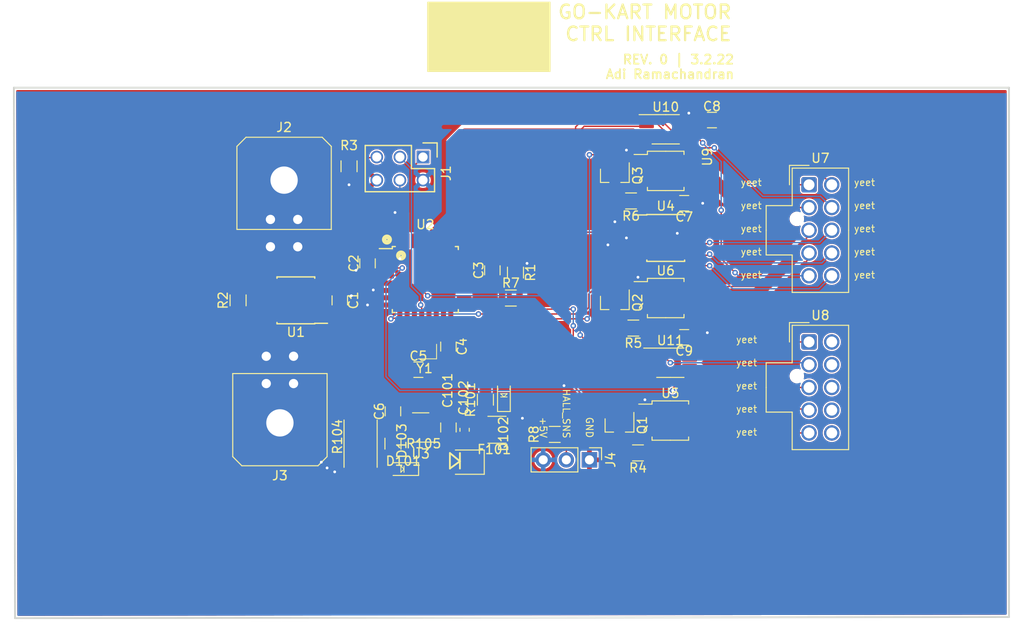
<source format=kicad_pcb>
(kicad_pcb (version 20171130) (host pcbnew 5.1.9-73d0e3b20d~88~ubuntu20.04.1)
  (layers (0 F.Cu power) (31 B.Cu power) (34 B.Paste user) (35 F.Paste user) (36 B.SilkS user) (37 F.SilkS user) (38 B.Mask user) (39 F.Mask user) (44 Edge.Cuts user))
  (net 0 "")
  (net 1 GND)
  (net 2 "Net-(C101-Pad1)")
  (net 3 "Net-(D102-Pad2)")
  (net 4 "Net-(D103-Pad2)")
  (net 5 +5V)
  (net 6 "Net-(C3-Pad1)")
  (net 7 "Net-(C4-Pad1)")
  (net 8 "Net-(C5-Pad1)")
  (net 9 "Net-(C6-Pad1)")
  (net 10 +BATT)
  (net 11 /RESET)
  (net 12 /MOSI)
  (net 13 /SCK)
  (net 14 /MISO)
  (net 15 /CAN_+)
  (net 16 /CAN_-)
  (net 17 "Net-(Q1-Pad3)")
  (net 18 /SL_MODE)
  (net 19 "Net-(Q2-Pad3)")
  (net 20 /REVERSE)
  (net 21 "Net-(Q3-Pad3)")
  (net 22 /CRUISE_CONTROL)
  (net 23 "Net-(R4-Pad1)")
  (net 24 "Net-(R5-Pad1)")
  (net 25 "Net-(R6-Pad1)")
  (net 26 /ID_PULLDOWN)
  (net 27 /HALL_SNS)
  (net 28 "Net-(U1-Pad5)")
  (net 29 /CAN_RX)
  (net 30 /CAN_TX)
  (net 31 "Net-(U2-Pad32)")
  (net 32 /BRK_INH)
  (net 33 "Net-(U2-Pad29)")
  (net 34 /SPD_A)
  (net 35 /SPD_INH)
  (net 36 /POT_U~D)
  (net 37 "Net-(U2-Pad25)")
  (net 38 /POT_~CS)
  (net 39 /POT_CLK)
  (net 40 "Net-(U2-Pad22)")
  (net 41 "Net-(U2-Pad21)")
  (net 42 "Net-(U2-Pad15)")
  (net 43 "Net-(U2-Pad14)")
  (net 44 "Net-(U2-Pad13)")
  (net 45 /BRK_A)
  (net 46 /CONN_THR_GND)
  (net 47 /CONN_THR_GREEN)
  (net 48 /CONN_THR_5V)
  (net 49 /CONN_SL_1)
  (net 50 /CONN_SL_2)
  (net 51 /CONN_REVERSE_BROWN)
  (net 52 /CONN_REVERSE_BLACK)
  (net 53 /CONN_SPD_ORANGE)
  (net 54 /CONN_SPD_BLACK)
  (net 55 /CONN_SPD_BLUE)
  (net 56 /CONN_CC_ORANGE)
  (net 57 /CONN_CC_BLACK)
  (net 58 "Net-(U8-Pad10)")
  (net 59 "Net-(U8-Pad9)")
  (net 60 "Net-(U8-Pad8)")
  (net 61 "Net-(U8-Pad7)")
  (net 62 "Net-(U8-Pad6)")
  (net 63 /CONN_BRK_YELLOW)
  (net 64 /CONN_BRK_BLACK)
  (net 65 /CONN_BRK_WHITE)
  (module Connector_PinHeader_2.54mm:PinHeader_1x03_P2.54mm_Vertical (layer F.Cu) (at 161.544 117.348 270)
    (fp_text reference J4 (at 0 -2.33 90) (layer F.SilkS))
    (fp_text value CONN_01X03)
    (pad 3 thru_hole oval (at 0 5.08 270) (size 1.7 1.7) (drill 1) (layers *.Cu *.Mask) (net 5 +5V))
    (pad 2 thru_hole oval (at 0 2.54 270) (size 1.7 1.7) (drill 1) (layers *.Cu *.Mask) (net 27 /HALL_SNS))
    (pad 1 thru_hole rect (at 0 0 270) (size 1.7 1.7) (drill 1) (layers *.Cu *.Mask) (net 1 GND))
  )
  (module footprints:C_0805_OEM (layer F.Cu) (at 171.958 103.886 180)
    (fp_text reference C9 (at 0 -1.5) (layer F.SilkS))
    (fp_text value C_0.1uF hide)
    (pad 2 smd rect (at 1 0 180) (size 1 1.25) (layers F.Cu F.Paste F.Mask) (net 1 GND))
    (pad 1 smd rect (at -1 0 180) (size 1 1.25) (layers F.Cu F.Paste F.Mask) (net 5 +5V))
  )
  (module footprints:C_0805_OEM (layer F.Cu) (at 175.006 80.01)
    (fp_text reference C8 (at 0 -1.5) (layer F.SilkS))
    (fp_text value C_0.1uF hide)
    (pad 2 smd rect (at 1 0) (size 1 1.25) (layers F.Cu F.Paste F.Mask) (net 1 GND))
    (pad 1 smd rect (at -1 0) (size 1 1.25) (layers F.Cu F.Paste F.Mask) (net 5 +5V))
  )
  (module footprints:C_0805_OEM (layer F.Cu) (at 171.958 89.154 180)
    (fp_text reference C7 (at 0 -1.5) (layer F.SilkS))
    (fp_text value C_0.1uF hide)
    (pad 2 smd rect (at 1 0 180) (size 1 1.25) (layers F.Cu F.Paste F.Mask) (net 1 GND))
    (pad 1 smd rect (at -1 0 180) (size 1 1.25) (layers F.Cu F.Paste F.Mask) (net 5 +5V))
  )
  (module footprints:Crystal_SMD_FA238 (layer F.Cu) (at 142.748 104.648 180)
    (fp_text reference Y1 (at -0.67564 -2.66192) (layer F.SilkS))
    (fp_text value Crystal_SMD hide)
    (pad 4 smd rect (at -1.1 -0.8 180) (size 1.4 1.2) (layers F.Cu F.Mask) (net 1 GND))
    (pad 3 smd rect (at 1.1 -0.8 180) (size 1.4 1.2) (layers F.Cu F.Mask) (net 8 "Net-(C5-Pad1)"))
    (pad 2 smd rect (at 1.1 0.8 180) (size 1.4 1.2) (layers F.Cu F.Mask) (net 1 GND))
    (pad 1 smd rect (at -1.1 0.8 180) (size 1.4 1.2) (layers F.Cu F.Mask) (net 7 "Net-(C4-Pad1)"))
  )
  (module Package_SO:MSOP-8_3x3mm_P0.65mm (layer F.Cu) (at 170.434 106.68)
    (fp_text reference U11 (at 0 -2.45) (layer F.SilkS))
    (fp_text value SN74LVC2G53)
    (pad 8 smd roundrect (at 2.1125 -0.975) (size 1.625 0.4) (layers F.Cu F.Paste F.Mask) (net 5 +5V))
    (pad 7 smd roundrect (at 2.1125 -0.325) (size 1.625 0.4) (layers F.Cu F.Paste F.Mask) (net 65 /CONN_BRK_WHITE))
    (pad 6 smd roundrect (at 2.1125 0.325) (size 1.625 0.4) (layers F.Cu F.Paste F.Mask) (net 63 /CONN_BRK_YELLOW))
    (pad 5 smd roundrect (at 2.1125 0.975) (size 1.625 0.4) (layers F.Cu F.Paste F.Mask) (net 45 /BRK_A))
    (pad 4 smd roundrect (at -2.1125 0.975) (size 1.625 0.4) (layers F.Cu F.Paste F.Mask) (net 1 GND))
    (pad 3 smd roundrect (at -2.1125 0.325) (size 1.625 0.4) (layers F.Cu F.Paste F.Mask) (net 1 GND))
    (pad 2 smd roundrect (at -2.1125 -0.325) (size 1.625 0.4) (layers F.Cu F.Paste F.Mask) (net 32 /BRK_INH))
    (pad 1 smd roundrect (at -2.1125 -0.975) (size 1.625 0.4) (layers F.Cu F.Paste F.Mask) (net 64 /CONN_BRK_BLACK))
  )
  (module Package_SO:MSOP-8_3x3mm_P0.65mm (layer F.Cu) (at 169.926 81.026)
    (fp_text reference U10 (at 0 -2.45) (layer F.SilkS))
    (fp_text value SN74LVC2G53)
    (pad 8 smd roundrect (at 2.1125 -0.975) (size 1.625 0.4) (layers F.Cu F.Paste F.Mask) (net 5 +5V))
    (pad 7 smd roundrect (at 2.1125 -0.325) (size 1.625 0.4) (layers F.Cu F.Paste F.Mask) (net 53 /CONN_SPD_ORANGE))
    (pad 6 smd roundrect (at 2.1125 0.325) (size 1.625 0.4) (layers F.Cu F.Paste F.Mask) (net 55 /CONN_SPD_BLUE))
    (pad 5 smd roundrect (at 2.1125 0.975) (size 1.625 0.4) (layers F.Cu F.Paste F.Mask) (net 34 /SPD_A))
    (pad 4 smd roundrect (at -2.1125 0.975) (size 1.625 0.4) (layers F.Cu F.Paste F.Mask) (net 1 GND))
    (pad 3 smd roundrect (at -2.1125 0.325) (size 1.625 0.4) (layers F.Cu F.Paste F.Mask) (net 1 GND))
    (pad 2 smd roundrect (at -2.1125 -0.325) (size 1.625 0.4) (layers F.Cu F.Paste F.Mask) (net 35 /SPD_INH))
    (pad 1 smd roundrect (at -2.1125 -0.975) (size 1.625 0.4) (layers F.Cu F.Paste F.Mask) (net 54 /CONN_SPD_BLACK))
  )
  (module Package_SO:SOP-4_3.8x4.1mm_P2.54mm (layer F.Cu) (at 169.926 85.598)
    (fp_text reference U9 (at 4.572 -1.524 90) (layer F.SilkS))
    (fp_text value CPC1004N)
    (pad 1 smd roundrect (at -2.75 -1.27) (size 1.45 0.55) (layers F.Cu F.Paste F.Mask) (net 5 +5V))
    (pad 2 smd roundrect (at -2.75 1.27) (size 1.45 0.55) (layers F.Cu F.Paste F.Mask) (net 25 "Net-(R6-Pad1)"))
    (pad 3 smd roundrect (at 2.75 1.27) (size 1.45 0.55) (layers F.Cu F.Paste F.Mask) (net 57 /CONN_CC_BLACK))
    (pad 4 smd roundrect (at 2.75 -1.27) (size 1.45 0.55) (layers F.Cu F.Paste F.Mask) (net 56 /CONN_CC_ORANGE))
  )
  (module footprints:NanoFit_VT_10 (layer F.Cu) (at 185.674 104.394)
    (fp_text reference U8 (at 1.25 -2.92) (layer F.SilkS))
    (fp_text value NanoFit_VT_TH_10)
    (pad "" np_thru_hole circle (at -1.34 3.75) (size 1.3 1.3) (drill 1.3) (layers *.Cu *.Mask))
    (pad 10 thru_hole circle (at 2.5 10) (size 1.7 1.7) (drill 1.2) (layers *.Cu *.Mask) (net 58 "Net-(U8-Pad10)"))
    (pad 9 thru_hole circle (at 2.5 7.5) (size 1.7 1.7) (drill 1.2) (layers *.Cu *.Mask) (net 59 "Net-(U8-Pad9)"))
    (pad 8 thru_hole circle (at 2.5 5) (size 1.7 1.7) (drill 1.2) (layers *.Cu *.Mask) (net 60 "Net-(U8-Pad8)"))
    (pad 7 thru_hole circle (at 2.5 2.5) (size 1.7 1.7) (drill 1.2) (layers *.Cu *.Mask) (net 61 "Net-(U8-Pad7)"))
    (pad 6 thru_hole circle (at 2.5 0) (size 1.7 1.7) (drill 1.2) (layers *.Cu *.Mask) (net 62 "Net-(U8-Pad6)"))
    (pad 5 thru_hole circle (at 0 10) (size 1.7 1.7) (drill 1.2) (layers *.Cu *.Mask) (net 50 /CONN_SL_2))
    (pad 4 thru_hole circle (at 0 7.5) (size 1.7 1.7) (drill 1.2) (layers *.Cu *.Mask) (net 49 /CONN_SL_1))
    (pad 3 thru_hole circle (at 0 5) (size 1.7 1.7) (drill 1.2) (layers *.Cu *.Mask) (net 63 /CONN_BRK_YELLOW))
    (pad 2 thru_hole circle (at 0 2.5) (size 1.7 1.7) (drill 1.2) (layers *.Cu *.Mask) (net 64 /CONN_BRK_BLACK))
    (pad 1 thru_hole roundrect (at 0 0) (size 1.7 1.7) (drill 1.2) (layers *.Cu *.Mask) (roundrect_rratio 0.147059) (net 65 /CONN_BRK_WHITE))
  )
  (module footprints:NanoFit_VT_10 (layer F.Cu) (at 185.674 87.122)
    (fp_text reference U7 (at 1.25 -2.92) (layer F.SilkS))
    (fp_text value NanoFit_VT_TH_10)
    (pad "" np_thru_hole circle (at -1.34 3.75) (size 1.3 1.3) (drill 1.3) (layers *.Cu *.Mask))
    (pad 10 thru_hole circle (at 2.5 10) (size 1.7 1.7) (drill 1.2) (layers *.Cu *.Mask) (net 48 /CONN_THR_5V))
    (pad 9 thru_hole circle (at 2.5 7.5) (size 1.7 1.7) (drill 1.2) (layers *.Cu *.Mask) (net 47 /CONN_THR_GREEN))
    (pad 8 thru_hole circle (at 2.5 5) (size 1.7 1.7) (drill 1.2) (layers *.Cu *.Mask) (net 46 /CONN_THR_GND))
    (pad 7 thru_hole circle (at 2.5 2.5) (size 1.7 1.7) (drill 1.2) (layers *.Cu *.Mask) (net 54 /CONN_SPD_BLACK))
    (pad 6 thru_hole circle (at 2.5 0) (size 1.7 1.7) (drill 1.2) (layers *.Cu *.Mask) (net 53 /CONN_SPD_ORANGE))
    (pad 5 thru_hole circle (at 0 10) (size 1.7 1.7) (drill 1.2) (layers *.Cu *.Mask) (net 55 /CONN_SPD_BLUE))
    (pad 4 thru_hole circle (at 0 7.5) (size 1.7 1.7) (drill 1.2) (layers *.Cu *.Mask) (net 52 /CONN_REVERSE_BLACK))
    (pad 3 thru_hole circle (at 0 5) (size 1.7 1.7) (drill 1.2) (layers *.Cu *.Mask) (net 51 /CONN_REVERSE_BROWN))
    (pad 2 thru_hole circle (at 0 2.5) (size 1.7 1.7) (drill 1.2) (layers *.Cu *.Mask) (net 57 /CONN_CC_BLACK))
    (pad 1 thru_hole roundrect (at 0 0) (size 1.7 1.7) (drill 1.2) (layers *.Cu *.Mask) (roundrect_rratio 0.147059) (net 56 /CONN_CC_ORANGE))
  )
  (module Package_SO:SOP-4_3.8x4.1mm_P2.54mm (layer F.Cu) (at 169.926 99.568)
    (fp_text reference U6 (at 0 -3) (layer F.SilkS))
    (fp_text value CPC1004N)
    (pad 4 smd roundrect (at 2.75 -1.27) (size 1.45 0.55) (layers F.Cu F.Paste F.Mask) (net 51 /CONN_REVERSE_BROWN))
    (pad 3 smd roundrect (at 2.75 1.27) (size 1.45 0.55) (layers F.Cu F.Paste F.Mask) (net 52 /CONN_REVERSE_BLACK))
    (pad 2 smd roundrect (at -2.75 1.27) (size 1.45 0.55) (layers F.Cu F.Paste F.Mask) (net 24 "Net-(R5-Pad1)"))
    (pad 1 smd roundrect (at -2.75 -1.27) (size 1.45 0.55) (layers F.Cu F.Paste F.Mask) (net 5 +5V))
  )
  (module Package_SO:SOP-4_3.8x4.1mm_P2.54mm (layer F.Cu) (at 170.434 113.03)
    (fp_text reference U5 (at 0 -3) (layer F.SilkS))
    (fp_text value CPC1004N)
    (pad 4 smd roundrect (at 2.75 -1.27) (size 1.45 0.55) (layers F.Cu F.Paste F.Mask) (net 49 /CONN_SL_1))
    (pad 3 smd roundrect (at 2.75 1.27) (size 1.45 0.55) (layers F.Cu F.Paste F.Mask) (net 50 /CONN_SL_2))
    (pad 2 smd roundrect (at -2.75 1.27) (size 1.45 0.55) (layers F.Cu F.Paste F.Mask) (net 23 "Net-(R4-Pad1)"))
    (pad 1 smd roundrect (at -2.75 -1.27) (size 1.45 0.55) (layers F.Cu F.Paste F.Mask) (net 5 +5V))
  )
  (module footprints:SOIC-8_3.9x4.9mm_Pitch1.27mm_OEM (layer F.Cu) (at 169.926 92.964)
    (fp_text reference U4 (at 0 -3.5) (layer F.SilkS))
    (fp_text value AD5220BRZ50 hide)
    (pad 8 smd rect (at 2.7 -1.905) (size 1.55 0.6) (layers F.Cu F.Paste F.Mask) (net 5 +5V))
    (pad 7 smd rect (at 2.7 -0.635) (size 1.55 0.6) (layers F.Cu F.Paste F.Mask) (net 38 /POT_~CS))
    (pad 6 smd rect (at 2.7 0.635) (size 1.55 0.6) (layers F.Cu F.Paste F.Mask) (net 46 /CONN_THR_GND))
    (pad 5 smd rect (at 2.7 1.905) (size 1.55 0.6) (layers F.Cu F.Paste F.Mask) (net 47 /CONN_THR_GREEN))
    (pad 4 smd rect (at -2.7 1.905) (size 1.55 0.6) (layers F.Cu F.Paste F.Mask) (net 1 GND))
    (pad 3 smd rect (at -2.7 0.635) (size 1.55 0.6) (layers F.Cu F.Paste F.Mask) (net 48 /CONN_THR_5V))
    (pad 2 smd rect (at -2.7 -0.635) (size 1.55 0.6) (layers F.Cu F.Paste F.Mask) (net 36 /POT_U~D))
    (pad 1 smd rect (at -2.7 -1.905) (size 1.55 0.6) (layers F.Cu F.Paste F.Mask) (net 39 /POT_CLK))
  )
  (module footprints:SOT-23-5 (layer F.Cu) (at 143.002 113.792 180)
    (fp_text reference U3 (at 0 -2.9) (layer F.SilkS))
    (fp_text value AP7370)
    (pad 5 smd rect (at 1.1 -0.95 180) (size 1.06 0.65) (layers F.Cu F.Paste F.Mask) (net 9 "Net-(C6-Pad1)"))
    (pad 4 smd rect (at 1.1 0.95 180) (size 1.06 0.65) (layers F.Cu F.Paste F.Mask))
    (pad 3 smd rect (at -1.1 0.95 180) (size 1.06 0.65) (layers F.Cu F.Paste F.Mask))
    (pad 2 smd rect (at -1.1 0 180) (size 1.06 0.65) (layers F.Cu F.Paste F.Mask) (net 1 GND))
    (pad 1 smd rect (at -1.1 -0.95 180) (size 1.06 0.65) (layers F.Cu F.Paste F.Mask) (net 2 "Net-(C101-Pad1)"))
  )
  (module footprints:TQFP-32_7x7mm_Pitch0.8mm (layer F.Cu) (at 143.51 97.536)
    (fp_text reference U2 (at 0 -6.05) (layer F.SilkS))
    (fp_text value ATMEGA16M1 hide)
    (pad 32 smd rect (at -2.8 -4.25 90) (size 1.6 0.55) (layers F.Cu F.Paste F.Mask) (net 31 "Net-(U2-Pad32)"))
    (pad 31 smd rect (at -2 -4.25 90) (size 1.6 0.55) (layers F.Cu F.Paste F.Mask) (net 11 /RESET))
    (pad 30 smd rect (at -1.2 -4.25 90) (size 1.6 0.55) (layers F.Cu F.Paste F.Mask) (net 32 /BRK_INH))
    (pad 29 smd rect (at -0.4 -4.25 90) (size 1.6 0.55) (layers F.Cu F.Paste F.Mask) (net 33 "Net-(U2-Pad29)"))
    (pad 28 smd rect (at 0.4 -4.25 90) (size 1.6 0.55) (layers F.Cu F.Paste F.Mask) (net 34 /SPD_A))
    (pad 27 smd rect (at 1.2 -4.25 90) (size 1.6 0.55) (layers F.Cu F.Paste F.Mask) (net 35 /SPD_INH))
    (pad 26 smd rect (at 2 -4.25 90) (size 1.6 0.55) (layers F.Cu F.Paste F.Mask) (net 36 /POT_U~D))
    (pad 25 smd rect (at 2.8 -4.25 90) (size 1.6 0.55) (layers F.Cu F.Paste F.Mask) (net 37 "Net-(U2-Pad25)"))
    (pad 24 smd rect (at 4.25 -2.8) (size 1.6 0.55) (layers F.Cu F.Paste F.Mask) (net 38 /POT_~CS))
    (pad 23 smd rect (at 4.25 -2) (size 1.6 0.55) (layers F.Cu F.Paste F.Mask) (net 39 /POT_CLK))
    (pad 22 smd rect (at 4.25 -1.2) (size 1.6 0.55) (layers F.Cu F.Paste F.Mask) (net 40 "Net-(U2-Pad22)"))
    (pad 21 smd rect (at 4.25 -0.4) (size 1.6 0.55) (layers F.Cu F.Paste F.Mask) (net 41 "Net-(U2-Pad21)"))
    (pad 20 smd rect (at 4.25 0.4) (size 1.6 0.55) (layers F.Cu F.Paste F.Mask) (net 1 GND))
    (pad 19 smd rect (at 4.25 1.2) (size 1.6 0.55) (layers F.Cu F.Paste F.Mask) (net 6 "Net-(C3-Pad1)"))
    (pad 18 smd rect (at 4.25 2) (size 1.6 0.55) (layers F.Cu F.Paste F.Mask) (net 26 /ID_PULLDOWN))
    (pad 17 smd rect (at 4.25 2.8) (size 1.6 0.55) (layers F.Cu F.Paste F.Mask) (net 18 /SL_MODE))
    (pad 16 smd rect (at 2.8 4.25 90) (size 1.6 0.55) (layers F.Cu F.Paste F.Mask) (net 22 /CRUISE_CONTROL))
    (pad 15 smd rect (at 2 4.25 90) (size 1.6 0.55) (layers F.Cu F.Paste F.Mask) (net 42 "Net-(U2-Pad15)"))
    (pad 14 smd rect (at 1.2 4.25 90) (size 1.6 0.55) (layers F.Cu F.Paste F.Mask) (net 43 "Net-(U2-Pad14)"))
    (pad 13 smd rect (at 0.4 4.25 90) (size 1.6 0.55) (layers F.Cu F.Paste F.Mask) (net 44 "Net-(U2-Pad13)"))
    (pad 12 smd rect (at -0.4 4.25 90) (size 1.6 0.55) (layers F.Cu F.Paste F.Mask) (net 13 /SCK))
    (pad 11 smd rect (at -1.2 4.25 90) (size 1.6 0.55) (layers F.Cu F.Paste F.Mask) (net 7 "Net-(C4-Pad1)"))
    (pad 10 smd rect (at -2 4.25 90) (size 1.6 0.55) (layers F.Cu F.Paste F.Mask) (net 8 "Net-(C5-Pad1)"))
    (pad 9 smd rect (at -2.8 4.25 90) (size 1.6 0.55) (layers F.Cu F.Paste F.Mask) (net 20 /REVERSE))
    (pad 8 smd rect (at -4.25 2.8) (size 1.6 0.55) (layers F.Cu F.Paste F.Mask) (net 27 /HALL_SNS))
    (pad 7 smd rect (at -4.25 2) (size 1.6 0.55) (layers F.Cu F.Paste F.Mask) (net 29 /CAN_RX))
    (pad 6 smd rect (at -4.25 1.2) (size 1.6 0.55) (layers F.Cu F.Paste F.Mask) (net 30 /CAN_TX))
    (pad 5 smd rect (at -4.25 0.4) (size 1.6 0.55) (layers F.Cu F.Paste F.Mask) (net 1 GND))
    (pad 4 smd rect (at -4.25 -0.4) (size 1.6 0.55) (layers F.Cu F.Paste F.Mask) (net 5 +5V))
    (pad 3 smd rect (at -4.25 -1.2) (size 1.6 0.55) (layers F.Cu F.Paste F.Mask) (net 45 /BRK_A))
    (pad 2 smd rect (at -4.25 -2) (size 1.6 0.55) (layers F.Cu F.Paste F.Mask) (net 12 /MOSI))
    (pad 1 smd rect (at -4.25 -2.8) (size 1.6 0.55) (layers F.Cu F.Paste F.Mask) (net 14 /MISO))
  )
  (module footprints:SOIC-8_3.9x4.9mm_Pitch1.27mm_OEM (layer F.Cu) (at 129.286 99.822 180)
    (fp_text reference U1 (at 0 -3.5) (layer F.SilkS))
    (fp_text value MCP2561-E_SN hide)
    (pad 8 smd rect (at 2.7 -1.905 180) (size 1.55 0.6) (layers F.Cu F.Paste F.Mask) (net 1 GND))
    (pad 7 smd rect (at 2.7 -0.635 180) (size 1.55 0.6) (layers F.Cu F.Paste F.Mask) (net 15 /CAN_+))
    (pad 6 smd rect (at 2.7 0.635 180) (size 1.55 0.6) (layers F.Cu F.Paste F.Mask) (net 16 /CAN_-))
    (pad 5 smd rect (at 2.7 1.905 180) (size 1.55 0.6) (layers F.Cu F.Paste F.Mask) (net 28 "Net-(U1-Pad5)"))
    (pad 4 smd rect (at -2.7 1.905 180) (size 1.55 0.6) (layers F.Cu F.Paste F.Mask) (net 29 /CAN_RX))
    (pad 3 smd rect (at -2.7 0.635 180) (size 1.55 0.6) (layers F.Cu F.Paste F.Mask) (net 5 +5V))
    (pad 2 smd rect (at -2.7 -0.635 180) (size 1.55 0.6) (layers F.Cu F.Paste F.Mask) (net 1 GND))
    (pad 1 smd rect (at -2.7 -1.905 180) (size 1.55 0.6) (layers F.Cu F.Paste F.Mask) (net 30 /CAN_TX))
  )
  (module footprints:R_0805_OEM (layer F.Cu) (at 157.734 114.554)
    (fp_text reference R8 (at -2.286 0 270) (layer F.SilkS))
    (fp_text value R_10K hide)
    (pad 2 smd rect (at 0.95 0) (size 0.7 1.3) (layers F.Cu F.Paste F.Mask) (net 27 /HALL_SNS))
    (pad 1 smd rect (at -0.95 0) (size 0.7 1.3) (layers F.Cu F.Paste F.Mask) (net 5 +5V))
  )
  (module footprints:R_0805_OEM (layer F.Cu) (at 152.908 99.568)
    (fp_text reference R7 (at 0 -1.65) (layer F.SilkS))
    (fp_text value R_10K hide)
    (pad 2 smd rect (at 0.95 0) (size 0.7 1.3) (layers F.Cu F.Paste F.Mask) (net 1 GND))
    (pad 1 smd rect (at -0.95 0) (size 0.7 1.3) (layers F.Cu F.Paste F.Mask) (net 26 /ID_PULLDOWN))
  )
  (module footprints:R_0805_OEM (layer F.Cu) (at 166.116 88.9 180)
    (fp_text reference R6 (at 0 -1.65) (layer F.SilkS))
    (fp_text value R_1K hide)
    (pad 1 smd rect (at -0.95 0 180) (size 0.7 1.3) (layers F.Cu F.Paste F.Mask) (net 25 "Net-(R6-Pad1)"))
    (pad 2 smd rect (at 0.95 0 180) (size 0.7 1.3) (layers F.Cu F.Paste F.Mask) (net 21 "Net-(Q3-Pad3)"))
  )
  (module footprints:R_0805_OEM (layer F.Cu) (at 166.37 102.87 180)
    (fp_text reference R5 (at 0 -1.65) (layer F.SilkS))
    (fp_text value R_1K hide)
    (pad 2 smd rect (at 0.95 0 180) (size 0.7 1.3) (layers F.Cu F.Paste F.Mask) (net 19 "Net-(Q2-Pad3)"))
    (pad 1 smd rect (at -0.95 0 180) (size 0.7 1.3) (layers F.Cu F.Paste F.Mask) (net 24 "Net-(R5-Pad1)"))
  )
  (module footprints:R_0805_OEM (layer F.Cu) (at 166.878 116.586 180)
    (fp_text reference R4 (at 0 -1.65) (layer F.SilkS))
    (fp_text value R_1K hide)
    (pad 2 smd rect (at 0.95 0 180) (size 0.7 1.3) (layers F.Cu F.Paste F.Mask) (net 17 "Net-(Q1-Pad3)"))
    (pad 1 smd rect (at -0.95 0 180) (size 0.7 1.3) (layers F.Cu F.Paste F.Mask) (net 23 "Net-(R4-Pad1)"))
  )
  (module footprints:R_0805_OEM (layer F.Cu) (at 135.128 85.09 90)
    (fp_text reference R3 (at 2.286 0 180) (layer F.SilkS))
    (fp_text value R_10K hide)
    (pad 2 smd rect (at 0.95 0 90) (size 0.7 1.3) (layers F.Cu F.Paste F.Mask) (net 11 /RESET))
    (pad 1 smd rect (at -0.95 0 90) (size 0.7 1.3) (layers F.Cu F.Paste F.Mask) (net 5 +5V))
  )
  (module footprints:R_0805_OEM (layer F.Cu) (at 122.936 99.822 90)
    (fp_text reference R2 (at 0 -1.65 90) (layer F.SilkS))
    (fp_text value R_120_DNP hide)
    (pad 2 smd rect (at 0.95 0 90) (size 0.7 1.3) (layers F.Cu F.Paste F.Mask) (net 16 /CAN_-))
    (pad 1 smd rect (at -0.95 0 90) (size 0.7 1.3) (layers F.Cu F.Paste F.Mask) (net 15 /CAN_+))
  )
  (module footprints:R_0805_OEM (layer F.Cu) (at 153.416 96.774 270)
    (fp_text reference R1 (at 0 -1.65 90) (layer F.SilkS))
    (fp_text value R_100 hide)
    (pad 2 smd rect (at 0.95 0 270) (size 0.7 1.3) (layers F.Cu F.Paste F.Mask) (net 6 "Net-(C3-Pad1)"))
    (pad 1 smd rect (at -0.95 0 270) (size 0.7 1.3) (layers F.Cu F.Paste F.Mask) (net 5 +5V))
  )
  (module footprints:SOT-23F (layer F.Cu) (at 164.338 86.106 270)
    (fp_text reference Q3 (at 0 -2.5 90) (layer F.SilkS))
    (fp_text value SSM3K333R hide)
    (pad 1 smd rect (at -1.05 -0.95 270) (size 0.9 0.8) (layers F.Cu F.Paste F.Mask) (net 22 /CRUISE_CONTROL))
    (pad 2 smd rect (at -1.05 0.95 270) (size 0.9 0.8) (layers F.Cu F.Paste F.Mask) (net 1 GND))
    (pad 3 smd rect (at 1.05 0 270) (size 0.9 0.8) (layers F.Cu F.Paste F.Mask) (net 21 "Net-(Q3-Pad3)"))
  )
  (module footprints:SOT-23F (layer F.Cu) (at 164.338 100.076 270)
    (fp_text reference Q2 (at 0 -2.5 90) (layer F.SilkS))
    (fp_text value SSM3K333R hide)
    (pad 3 smd rect (at 1.05 0 270) (size 0.9 0.8) (layers F.Cu F.Paste F.Mask) (net 19 "Net-(Q2-Pad3)"))
    (pad 2 smd rect (at -1.05 0.95 270) (size 0.9 0.8) (layers F.Cu F.Paste F.Mask) (net 1 GND))
    (pad 1 smd rect (at -1.05 -0.95 270) (size 0.9 0.8) (layers F.Cu F.Paste F.Mask) (net 20 /REVERSE))
  )
  (module footprints:SOT-23F (layer F.Cu) (at 164.846 113.538 270)
    (fp_text reference Q1 (at 0 -2.5 90) (layer F.SilkS))
    (fp_text value SSM3K333R hide)
    (pad 3 smd rect (at 1.05 0 270) (size 0.9 0.8) (layers F.Cu F.Paste F.Mask) (net 17 "Net-(Q1-Pad3)"))
    (pad 2 smd rect (at -1.05 0.95 270) (size 0.9 0.8) (layers F.Cu F.Paste F.Mask) (net 1 GND))
    (pad 1 smd rect (at -1.05 -0.95 270) (size 0.9 0.8) (layers F.Cu F.Paste F.Mask) (net 18 /SL_MODE))
  )
  (module footprints:MicroFit_RA_4 (layer F.Cu) (at 129.032 108.966 180)
    (fp_text reference J3 (at 1.5 -10.12) (layer F.SilkS))
    (fp_text value MicroFit_RA_4)
    (pad 4 thru_hole circle (at 3 3 180) (size 1.5 1.5) (drill 1.02) (layers *.Cu *.Mask) (net 10 +BATT))
    (pad 3 thru_hole circle (at 0 3 180) (size 1.5 1.5) (drill 1.02) (layers *.Cu *.Mask) (net 1 GND))
    (pad 2 thru_hole circle (at 3 0 180) (size 1.5 1.5) (drill 1.02) (layers *.Cu *.Mask) (net 15 /CAN_+))
    (pad 1 thru_hole roundrect (at 0 0 180) (size 1.5 1.5) (drill 1.02) (layers *.Cu *.Mask) (roundrect_rratio 0.166667) (net 16 /CAN_-))
    (pad "" np_thru_hole circle (at 1.5 -4.32 180) (size 3 3) (drill 3) (layers *.Cu *.Mask))
  )
  (module footprints:MicroFit_RA_4 (layer F.Cu) (at 126.492 90.932)
    (fp_text reference J2 (at 1.5 -10.12) (layer F.SilkS))
    (fp_text value MicroFit_RA_4)
    (pad 4 thru_hole circle (at 3 3) (size 1.5 1.5) (drill 1.02) (layers *.Cu *.Mask) (net 10 +BATT))
    (pad 3 thru_hole circle (at 0 3) (size 1.5 1.5) (drill 1.02) (layers *.Cu *.Mask) (net 1 GND))
    (pad 2 thru_hole circle (at 3 0) (size 1.5 1.5) (drill 1.02) (layers *.Cu *.Mask) (net 15 /CAN_+))
    (pad 1 thru_hole roundrect (at 0 0) (size 1.5 1.5) (drill 1.02) (layers *.Cu *.Mask) (roundrect_rratio 0.166667) (net 16 /CAN_-))
    (pad "" np_thru_hole circle (at 1.5 -4.32) (size 3 3) (drill 3) (layers *.Cu *.Mask))
  )
  (module footprints:Pin_Header_Straight_2x03 (layer F.Cu) (at 143.256 84.074 270)
    (fp_text reference J1 (at 1.778 -2.54 90) (layer F.SilkS))
    (fp_text value CONN_02X03 hide)
    (pad 6 thru_hole circle (at 2.54 5.08 270) (size 1.4 1.4) (drill 1.016) (layers *.Cu *.Mask) (net 1 GND))
    (pad 5 thru_hole circle (at 0 5.08 270) (size 1.4 1.4) (drill 1.016) (layers *.Cu *.Mask) (net 11 /RESET))
    (pad 4 thru_hole circle (at 2.54 2.54 270) (size 1.4 1.4) (drill 1.016) (layers *.Cu *.Mask) (net 12 /MOSI))
    (pad 3 thru_hole circle (at 0 2.54 270) (size 1.4 1.4) (drill 1.016) (layers *.Cu *.Mask) (net 13 /SCK))
    (pad 2 thru_hole circle (at 2.54 0 270) (size 1.4 1.4) (drill 1.016) (layers *.Cu *.Mask) (net 5 +5V))
    (pad 1 thru_hole rect (at 0 0 270) (size 1.4 1.4) (drill 1.016) (layers *.Cu *.Mask) (net 14 /MISO))
  )
  (module footprints:C_0805_OEM (layer F.Cu) (at 139.954 112.014 90)
    (fp_text reference C6 (at 0 -1.5 90) (layer F.SilkS))
    (fp_text value C_1uF hide)
    (pad 2 smd rect (at 1 0 90) (size 1 1.25) (layers F.Cu F.Paste F.Mask) (net 1 GND))
    (pad 1 smd rect (at -1 0 90) (size 1 1.25) (layers F.Cu F.Paste F.Mask) (net 9 "Net-(C6-Pad1)"))
  )
  (module footprints:C_0805_OEM (layer F.Cu) (at 142.748 107.442)
    (fp_text reference C5 (at 0 -1.5) (layer F.SilkS))
    (fp_text value C_30pF hide)
    (pad 2 smd rect (at 1 0) (size 1 1.25) (layers F.Cu F.Paste F.Mask) (net 1 GND))
    (pad 1 smd rect (at -1 0) (size 1 1.25) (layers F.Cu F.Paste F.Mask) (net 8 "Net-(C5-Pad1)"))
  )
  (module footprints:C_0805_OEM (layer F.Cu) (at 146.05 104.902 270)
    (fp_text reference C4 (at 0 -1.5 90) (layer F.SilkS))
    (fp_text value C_30pF hide)
    (pad 2 smd rect (at 1 0 270) (size 1 1.25) (layers F.Cu F.Paste F.Mask) (net 1 GND))
    (pad 1 smd rect (at -1 0 270) (size 1 1.25) (layers F.Cu F.Paste F.Mask) (net 7 "Net-(C4-Pad1)"))
  )
  (module footprints:C_0805_OEM (layer F.Cu) (at 150.876 96.52 90)
    (fp_text reference C3 (at 0 -1.5 90) (layer F.SilkS))
    (fp_text value C_100pF hide)
    (pad 2 smd rect (at 1 0 90) (size 1 1.25) (layers F.Cu F.Paste F.Mask) (net 1 GND))
    (pad 1 smd rect (at -1 0 90) (size 1 1.25) (layers F.Cu F.Paste F.Mask) (net 6 "Net-(C3-Pad1)"))
  )
  (module footprints:C_0805_OEM (layer F.Cu) (at 137.16 95.758 90)
    (fp_text reference C2 (at 0 -1.5 90) (layer F.SilkS))
    (fp_text value C_0.1uF hide)
    (pad 2 smd rect (at 1 0 90) (size 1 1.25) (layers F.Cu F.Paste F.Mask) (net 1 GND))
    (pad 1 smd rect (at -1 0 90) (size 1 1.25) (layers F.Cu F.Paste F.Mask) (net 5 +5V))
  )
  (module footprints:C_0805_OEM (layer F.Cu) (at 134.112 99.822 270)
    (fp_text reference C1 (at 0 -1.5 90) (layer F.SilkS))
    (fp_text value C_0.1uF hide)
    (pad 2 smd rect (at 1 0 270) (size 1 1.25) (layers F.Cu F.Paste F.Mask) (net 1 GND))
    (pad 1 smd rect (at -1 0 270) (size 1 1.25) (layers F.Cu F.Paste F.Mask) (net 5 +5V))
  )
  (module footprints:LED_0805_OEM (layer F.Cu) (at 152.146 110.236 90)
    (fp_text reference D102 (at -4.275 -0.05 90) (layer F.SilkS))
    (fp_text value LED_0805 hide)
    (pad 2 smd rect (at 1.1 0 270) (size 1.2 1.2) (layers F.Cu F.Paste F.Mask) (net 3 "Net-(D102-Pad2)"))
    (pad 1 smd rect (at -1.1 0 270) (size 1.2 1.2) (layers F.Cu F.Paste F.Mask) (net 1 GND))
  )
  (module footprints:R_0805_OEM (layer F.Cu) (at 150.114 110.744 90)
    (fp_text reference R101 (at 0 -1.65 90) (layer F.SilkS))
    (fp_text value R_1K hide)
    (pad 1 smd rect (at -0.95 0 90) (size 0.7 1.3) (layers F.Cu F.Paste F.Mask) (net 2 "Net-(C101-Pad1)"))
    (pad 2 smd rect (at 0.95 0 90) (size 0.7 1.3) (layers F.Cu F.Paste F.Mask) (net 3 "Net-(D102-Pad2)"))
  )
  (module footprints:LED_0805_OEM (layer F.Cu) (at 140.97 118.364 180)
    (fp_text reference D103 (at 0.05 3.1 270) (layer F.SilkS))
    (fp_text value LED_0805 hide)
    (pad 2 smd rect (at 1.1 0) (size 1.2 1.2) (layers F.Cu F.Paste F.Mask) (net 4 "Net-(D103-Pad2)"))
    (pad 1 smd rect (at -1.1 0) (size 1.2 1.2) (layers F.Cu F.Paste F.Mask) (net 1 GND))
  )
  (module footprints:DO-214AA (layer F.Cu) (at 146.812 117.602 180)
    (fp_text reference D101 (at 5.7205 0.1207 180) (layer F.SilkS))
    (fp_text value D_Zener_18V hide)
    (pad 2 smd rect (at 2.032 0) (size 1.778 2.159) (layers F.Cu F.Paste F.Mask) (net 1 GND))
    (pad 1 smd rect (at -2.032 0) (size 1.778 2.159) (layers F.Cu F.Paste F.Mask) (net 2 "Net-(C101-Pad1)"))
  )
  (module footprints:C_0805_OEM (layer F.Cu) (at 146.05 113.792 90)
    (fp_text reference C101 (at 4.064 -0.08636 90) (layer F.SilkS))
    (fp_text value C_0.1uF hide)
    (pad 2 smd rect (at 1 0 90) (size 1 1.25) (layers F.Cu F.Paste F.Mask) (net 1 GND))
    (pad 1 smd rect (at -1 0 90) (size 1 1.25) (layers F.Cu F.Paste F.Mask) (net 2 "Net-(C101-Pad1)"))
  )
  (module footprints:R_2512_OEM (layer F.Cu) (at 136.398 115.57 90)
    (fp_text reference R104 (at 0.762 -2.54 270) (layer F.SilkS))
    (fp_text value R_0_2512 hide)
    (pad 1 smd rect (at -3.1 0 90) (size 1 3.2) (layers F.Cu F.Paste F.Mask) (net 5 +5V))
    (pad 2 smd rect (at 3.1 0 90) (size 1 3.2) (layers F.Cu F.Paste F.Mask) (net 9 "Net-(C6-Pad1)"))
  )
  (module footprints:R_0805_OEM (layer F.Cu) (at 139.954 115.57 270)
    (fp_text reference R105 (at 0 -3.375) (layer F.SilkS))
    (fp_text value R_200 hide)
    (pad 1 smd rect (at -0.95 0 270) (size 0.7 1.3) (layers F.Cu F.Paste F.Mask) (net 9 "Net-(C6-Pad1)"))
    (pad 2 smd rect (at 0.95 0 270) (size 0.7 1.3) (layers F.Cu F.Paste F.Mask) (net 4 "Net-(D103-Pad2)"))
  )
  (module footprints:C_0603_1608Metric (layer F.Cu) (at 147.828 114.046 90)
    (fp_text reference C102 (at 3.5085 -0.1143 90) (layer F.SilkS))
    (fp_text value C_2.2uF)
    (pad 1 smd roundrect (at -0.7875 0 90) (size 0.875 0.95) (layers F.Cu F.Paste F.Mask) (net 2 "Net-(C101-Pad1)"))
    (pad 2 smd roundrect (at 0.7875 0 90) (size 0.875 0.95) (layers F.Cu F.Paste F.Mask) (net 1 GND))
  )
  (module footprints:Fuse_1210 (layer F.Cu) (at 151.384 114.046)
    (fp_text reference F101 (at -0.307 2.159 180) (layer F.SilkS))
    (fp_text value F_500mA_16V hide)
    (pad 2 smd rect (at 1.45 0) (size 0.9 2.5) (layers F.Cu F.Paste F.Mask) (net 10 +BATT))
    (pad 1 smd rect (at -1.45 0) (size 0.9 2.5) (layers F.Cu F.Paste F.Mask) (net 2 "Net-(C101-Pad1)"))
  )
  (gr_text "REV. 0 | 3.2.22\nAdi Ramachandran" (at 177.546 74.168) (layer F.SilkS) (effects (font (size 1 1) (thickness 0.2)) (justify right)))
  (gr_text "GO-KART MOTOR\nCTRL INTERFACE\n" (at 177.292 69.342) (layer F.SilkS) (effects (font (size 1.5 1.5) (thickness 0.25)) (justify right)))
  (gr_text yeet (at 179.324 86.868) (layer F.SilkS) (effects (font (size 0.75 0.75) (thickness 0.11))))
  (gr_text yeet (at 179.324 97.028) (layer F.SilkS) (effects (font (size 0.75 0.75) (thickness 0.11))))
  (gr_text yeet (at 179.324 89.408) (layer F.SilkS) (effects (font (size 0.75 0.75) (thickness 0.11))))
  (gr_text yeet (at 179.324 91.948) (layer F.SilkS) (effects (font (size 0.75 0.75) (thickness 0.11))))
  (gr_text yeet (at 179.324 94.488) (layer F.SilkS) (effects (font (size 0.75 0.75) (thickness 0.11))))
  (gr_text GND (at 161.544 113.792 270) (layer F.SilkS) (effects (font (size 0.75 0.75) (thickness 0.11))))
  (gr_text +5V (at 156.464 113.792 270) (layer F.SilkS) (effects (font (size 0.75 0.75) (thickness 0.11))))
  (gr_text HALL_SNS (at 159.004 112.268 270) (layer F.SilkS) (effects (font (size 0.75 0.75) (thickness 0.11))))
  (gr_text yeet (at 178.816 104.14) (layer F.SilkS) (effects (font (size 0.75 0.75) (thickness 0.11))))
  (gr_text yeet (at 178.816 106.68) (layer F.SilkS) (effects (font (size 0.75 0.75) (thickness 0.11))))
  (gr_text yeet (at 178.816 109.22) (layer F.SilkS) (effects (font (size 0.75 0.75) (thickness 0.11))))
  (gr_text yeet (at 178.816 114.3) (layer F.SilkS) (effects (font (size 0.75 0.75) (thickness 0.11))))
  (gr_text yeet (at 178.816 111.76) (layer F.SilkS) (effects (font (size 0.75 0.75) (thickness 0.11))))
  (gr_text yeet (at 191.77 86.868) (layer F.SilkS) (effects (font (size 0.75 0.75) (thickness 0.11))))
  (gr_text yeet (at 191.77 89.408) (layer F.SilkS) (effects (font (size 0.75 0.75) (thickness 0.11))))
  (gr_text yeet (at 191.77 91.948) (layer F.SilkS) (effects (font (size 0.75 0.75) (thickness 0.11))))
  (gr_text yeet (at 191.77 94.488) (layer F.SilkS) (effects (font (size 0.75 0.75) (thickness 0.11))))
  (gr_text yeet (at 191.77 97.028) (layer F.SilkS) (effects (font (size 0.75 0.75) (thickness 0.11))))
  (gr_poly (pts (xy 157.226 74.676) (xy 143.764 74.676) (xy 143.764 67.056) (xy 157.226 67.056)) (layer F.SilkS) (width 0.1))
  (gr_line (start 98.425 134.747) (end 98.298 76.454) (layer Edge.Cuts) (width 0.2))
  (gr_line (start 207.645 134.62) (end 98.425 134.747) (layer Edge.Cuts) (width 0.2))
  (gr_line (start 207.645 76.454) (end 207.645 134.62) (layer Edge.Cuts) (width 0.2))
  (gr_line (start 98.298 76.454) (end 207.645 76.454) (layer Edge.Cuts) (width 0.2))
  (segment (start 168.3215 107.655) (end 168.3215 107.005) (width 0.1524) (layer F.Cu) (net 1))
  (segment (start 143.348 105.448) (end 143.848 105.448) (width 0.1524) (layer F.Cu) (net 1))
  (segment (start 141.748 103.848) (end 143.348 105.448) (width 0.1524) (layer F.Cu) (net 1))
  (segment (start 141.648 103.848) (end 141.748 103.848) (width 0.1524) (layer F.Cu) (net 1))
  (segment (start 143.748 105.548) (end 143.848 105.448) (width 0.1524) (layer F.Cu) (net 1))
  (segment (start 143.748 107.442) (end 143.748 105.548) (width 0.1524) (layer F.Cu) (net 1))
  (segment (start 144.302 105.902) (end 143.848 105.448) (width 0.1524) (layer F.Cu) (net 1))
  (segment (start 146.05 105.902) (end 144.302 105.902) (width 0.1524) (layer F.Cu) (net 1))
  (segment (start 146 114.742) (end 146.05 114.792) (width 0.381) (layer F.Cu) (net 2))
  (segment (start 144.102 114.742) (end 146 114.742) (width 0.381) (layer F.Cu) (net 2))
  (segment (start 147.7865 114.792) (end 147.828 114.8335) (width 0.381) (layer F.Cu) (net 2))
  (segment (start 146.05 114.792) (end 147.7865 114.792) (width 0.381) (layer F.Cu) (net 2))
  (segment (start 147.828 116.586) (end 148.844 117.602) (width 0.381) (layer F.Cu) (net 2))
  (segment (start 147.828 114.8335) (end 147.828 116.586) (width 0.381) (layer F.Cu) (net 2))
  (segment (start 149.934 114.046) (end 149.86 114.046) (width 0.381) (layer F.Cu) (net 2))
  (segment (start 149.0725 114.8335) (end 147.828 114.8335) (width 0.381) (layer F.Cu) (net 2))
  (segment (start 149.86 114.046) (end 149.0725 114.8335) (width 0.381) (layer F.Cu) (net 2))
  (segment (start 150.114 113.866) (end 149.934 114.046) (width 0.381) (layer F.Cu) (net 2))
  (segment (start 150.114 111.694) (end 150.114 113.866) (width 0.381) (layer F.Cu) (net 2))
  (segment (start 150.772 109.136) (end 150.114 109.794) (width 0.1524) (layer F.Cu) (net 3))
  (segment (start 152.146 109.136) (end 150.772 109.136) (width 0.1524) (layer F.Cu) (net 3))
  (segment (start 139.87 116.604) (end 139.954 116.52) (width 0.1524) (layer F.Cu) (net 4))
  (segment (start 139.87 118.364) (end 139.87 116.604) (width 0.1524) (layer F.Cu) (net 4))
  (via (at 167.64 110.744) (size 0.6096) (drill 0.3048) (layers F.Cu B.Cu) (net 5))
  (segment (start 167.684 110.788) (end 167.64 110.744) (width 0.1524) (layer F.Cu) (net 5))
  (segment (start 167.684 111.76) (end 167.684 110.788) (width 0.1524) (layer F.Cu) (net 5))
  (segment (start 172.958 105.2935) (end 172.5465 105.705) (width 0.1524) (layer F.Cu) (net 5))
  (segment (start 172.958 103.886) (end 172.958 105.2935) (width 0.1524) (layer F.Cu) (net 5))
  (via (at 174.498 103.378) (size 0.6096) (drill 0.3048) (layers F.Cu B.Cu) (net 5))
  (segment (start 173.99 103.886) (end 174.498 103.378) (width 0.1524) (layer F.Cu) (net 5))
  (segment (start 172.958 103.886) (end 173.99 103.886) (width 0.1524) (layer F.Cu) (net 5))
  (via (at 166.878 97.282) (size 0.6096) (drill 0.3048) (layers F.Cu B.Cu) (net 5))
  (segment (start 167.176 97.58) (end 166.878 97.282) (width 0.1524) (layer F.Cu) (net 5))
  (segment (start 167.176 98.298) (end 167.176 97.58) (width 0.1524) (layer F.Cu) (net 5))
  (via (at 165.608 83.312) (size 0.6096) (drill 0.3048) (layers F.Cu B.Cu) (net 5))
  (segment (start 166.16 83.312) (end 165.608 83.312) (width 0.1524) (layer F.Cu) (net 5))
  (segment (start 167.176 84.328) (end 166.16 83.312) (width 0.1524) (layer F.Cu) (net 5))
  (segment (start 173.965 80.051) (end 174.006 80.01) (width 0.1524) (layer F.Cu) (net 5))
  (segment (start 172.0385 80.051) (end 173.965 80.051) (width 0.1524) (layer F.Cu) (net 5))
  (via (at 172.466 79.248) (size 0.6096) (drill 0.3048) (layers F.Cu B.Cu) (net 5))
  (segment (start 172.0385 79.6755) (end 172.466 79.248) (width 0.1524) (layer F.Cu) (net 5))
  (segment (start 172.0385 80.051) (end 172.0385 79.6755) (width 0.1524) (layer F.Cu) (net 5))
  (segment (start 133.747 99.187) (end 134.112 98.822) (width 0.1524) (layer F.Cu) (net 5))
  (segment (start 131.986 99.187) (end 133.747 99.187) (width 0.1524) (layer F.Cu) (net 5))
  (via (at 135.382 99.314) (size 0.6096) (drill 0.3048) (layers F.Cu B.Cu) (net 5))
  (segment (start 134.89 98.822) (end 135.382 99.314) (width 0.1524) (layer F.Cu) (net 5))
  (segment (start 134.112 98.822) (end 134.89 98.822) (width 0.1524) (layer F.Cu) (net 5))
  (segment (start 136.398 118.67) (end 133.552 118.67) (width 0.381) (layer F.Cu) (net 5))
  (via (at 132.08 117.602) (size 0.6096) (drill 0.3048) (layers F.Cu B.Cu) (net 5))
  (segment (start 133.148 118.67) (end 132.715 118.237) (width 0.381) (layer F.Cu) (net 5))
  (segment (start 132.715 118.237) (end 132.08 117.602) (width 0.381) (layer F.Cu) (net 5))
  (via (at 132.715 118.237) (size 0.6096) (drill 0.3048) (layers F.Cu B.Cu) (net 5))
  (segment (start 133.552 118.67) (end 133.148 118.67) (width 0.381) (layer F.Cu) (net 5))
  (via (at 133.552 118.67) (size 0.6096) (drill 0.3048) (layers F.Cu B.Cu) (net 5))
  (segment (start 156.464 114.874) (end 156.784 114.554) (width 0.1524) (layer F.Cu) (net 5))
  (segment (start 156.464 117.348) (end 156.464 114.874) (width 0.1524) (layer F.Cu) (net 5))
  (segment (start 172.626 89.486) (end 172.958 89.154) (width 0.1524) (layer F.Cu) (net 5))
  (segment (start 172.626 91.059) (end 172.626 89.486) (width 0.1524) (layer F.Cu) (net 5))
  (via (at 173.99 89.154) (size 0.6096) (drill 0.3048) (layers F.Cu B.Cu) (net 5))
  (segment (start 172.958 89.154) (end 173.99 89.154) (width 0.1524) (layer F.Cu) (net 5))
  (via (at 154.686 95.758) (size 0.6096) (drill 0.3048) (layers F.Cu B.Cu) (net 5))
  (segment (start 154.62 95.824) (end 154.686 95.758) (width 0.1524) (layer F.Cu) (net 5))
  (segment (start 153.416 95.824) (end 154.62 95.824) (width 0.1524) (layer F.Cu) (net 5))
  (segment (start 137.538 97.136) (end 137.16 96.758) (width 0.1524) (layer F.Cu) (net 5))
  (segment (start 139.26 97.136) (end 137.538 97.136) (width 0.1524) (layer F.Cu) (net 5))
  (via (at 135.89 96.52) (size 0.6096) (drill 0.3048) (layers F.Cu B.Cu) (net 5))
  (segment (start 136.128 96.758) (end 135.89 96.52) (width 0.1524) (layer F.Cu) (net 5))
  (segment (start 137.16 96.758) (end 136.128 96.758) (width 0.1524) (layer F.Cu) (net 5))
  (via (at 135.128 87.122) (size 0.6096) (drill 0.3048) (layers F.Cu B.Cu) (net 5))
  (segment (start 135.128 86.04) (end 135.128 87.122) (width 0.1524) (layer F.Cu) (net 5))
  (segment (start 149.66 98.736) (end 150.876 97.52) (width 0.1524) (layer F.Cu) (net 6))
  (segment (start 147.76 98.736) (end 149.66 98.736) (width 0.1524) (layer F.Cu) (net 6))
  (segment (start 151.08 97.724) (end 150.876 97.52) (width 0.1524) (layer F.Cu) (net 6))
  (segment (start 153.416 97.724) (end 151.08 97.724) (width 0.1524) (layer F.Cu) (net 6))
  (segment (start 143.748 103.848) (end 143.848 103.848) (width 0.1524) (layer F.Cu) (net 7))
  (segment (start 142.31 102.41) (end 143.748 103.848) (width 0.1524) (layer F.Cu) (net 7))
  (segment (start 142.31 101.786) (end 142.31 102.41) (width 0.1524) (layer F.Cu) (net 7))
  (segment (start 143.902 103.902) (end 143.848 103.848) (width 0.1524) (layer F.Cu) (net 7))
  (segment (start 146.05 103.902) (end 143.902 103.902) (width 0.1524) (layer F.Cu) (net 7))
  (segment (start 140.7956 105.448) (end 141.648 105.448) (width 0.1524) (layer F.Cu) (net 8))
  (segment (start 140.462 105.1144) (end 140.7956 105.448) (width 0.1524) (layer F.Cu) (net 8))
  (segment (start 140.914518 102.87) (end 140.462 103.322518) (width 0.1524) (layer F.Cu) (net 8))
  (segment (start 141.3784 102.87) (end 140.914518 102.87) (width 0.1524) (layer F.Cu) (net 8))
  (segment (start 141.51 102.7384) (end 141.3784 102.87) (width 0.1524) (layer F.Cu) (net 8))
  (segment (start 140.462 103.322518) (end 140.462 105.1144) (width 0.1524) (layer F.Cu) (net 8))
  (segment (start 141.51 101.786) (end 141.51 102.7384) (width 0.1524) (layer F.Cu) (net 8))
  (segment (start 141.648 107.342) (end 141.748 107.442) (width 0.1524) (layer F.Cu) (net 8))
  (segment (start 141.648 105.448) (end 141.648 107.342) (width 0.1524) (layer F.Cu) (net 8))
  (segment (start 139.41 112.47) (end 139.954 113.014) (width 0.381) (layer F.Cu) (net 9))
  (segment (start 136.398 112.47) (end 139.41 112.47) (width 0.381) (layer F.Cu) (net 9))
  (segment (start 139.954 114.62) (end 139.954 113.014) (width 0.381) (layer F.Cu) (net 9))
  (segment (start 140.076 114.742) (end 139.954 114.62) (width 0.381) (layer F.Cu) (net 9))
  (segment (start 141.902 114.742) (end 140.076 114.742) (width 0.381) (layer F.Cu) (net 9))
  (via (at 154.178 112.776) (size 0.6096) (drill 0.3048) (layers F.Cu B.Cu) (net 10))
  (segment (start 154.104 112.776) (end 152.834 114.046) (width 0.381) (layer F.Cu) (net 10))
  (segment (start 154.178 112.776) (end 154.104 112.776) (width 0.381) (layer F.Cu) (net 10))
  (segment (start 152.845099 111.443099) (end 154.178 112.776) (width 0.381) (layer B.Cu) (net 10))
  (segment (start 137.097099 111.443099) (end 152.845099 111.443099) (width 0.381) (layer B.Cu) (net 10))
  (segment (start 133.096 107.442) (end 137.097099 111.443099) (width 0.381) (layer B.Cu) (net 10))
  (segment (start 127.508 107.442) (end 133.096 107.442) (width 0.381) (layer B.Cu) (net 10))
  (segment (start 126.032 105.966) (end 127.508 107.442) (width 0.381) (layer B.Cu) (net 10))
  (segment (start 141.51 91.4974) (end 140.1826 90.17) (width 0.1524) (layer F.Cu) (net 11))
  (segment (start 141.51 93.286) (end 141.51 91.4974) (width 0.1524) (layer F.Cu) (net 11))
  (via (at 140.1826 90.17) (size 0.6096) (drill 0.3048) (layers F.Cu B.Cu) (net 11))
  (segment (start 139.446 89.4334) (end 140.1826 90.17) (width 0.1524) (layer B.Cu) (net 11))
  (segment (start 139.446 85.344) (end 139.446 89.4334) (width 0.1524) (layer B.Cu) (net 11))
  (segment (start 138.176 84.074) (end 139.446 85.344) (width 0.1524) (layer B.Cu) (net 11))
  (segment (start 138.11 84.14) (end 138.176 84.074) (width 0.1524) (layer F.Cu) (net 11))
  (segment (start 135.128 84.14) (end 138.11 84.14) (width 0.1524) (layer F.Cu) (net 11))
  (via (at 140.716 95.25) (size 0.6096) (drill 0.3048) (layers F.Cu B.Cu) (net 12))
  (segment (start 140.43 95.536) (end 140.716 95.25) (width 0.1524) (layer F.Cu) (net 12))
  (segment (start 139.26 95.536) (end 140.43 95.536) (width 0.1524) (layer F.Cu) (net 12))
  (segment (start 140.716 95.25) (end 140.716 86.614) (width 0.1524) (layer B.Cu) (net 12))
  (via (at 143.002 100.33) (size 0.6096) (drill 0.3048) (layers F.Cu B.Cu) (net 13))
  (segment (start 143.11 100.438) (end 143.002 100.33) (width 0.1524) (layer F.Cu) (net 13))
  (segment (start 143.11 101.786) (end 143.11 100.438) (width 0.1524) (layer F.Cu) (net 13))
  (segment (start 141.986 85.344) (end 140.716 84.074) (width 0.1524) (layer B.Cu) (net 13))
  (segment (start 141.986 98.27055) (end 141.986 85.344) (width 0.1524) (layer B.Cu) (net 13))
  (segment (start 143.002 99.28655) (end 141.986 98.27055) (width 0.1524) (layer B.Cu) (net 13))
  (segment (start 143.002 100.33) (end 143.002 99.28655) (width 0.1524) (layer B.Cu) (net 13))
  (segment (start 139.26 89.848) (end 139.26 94.736) (width 0.1524) (layer F.Cu) (net 14))
  (segment (start 141.986 87.122) (end 139.26 89.848) (width 0.1524) (layer F.Cu) (net 14))
  (segment (start 141.986 85.344) (end 141.986 87.122) (width 0.1524) (layer F.Cu) (net 14))
  (segment (start 143.256 84.074) (end 141.986 85.344) (width 0.1524) (layer F.Cu) (net 14))
  (segment (start 164.846 115.504) (end 165.928 116.586) (width 0.1524) (layer F.Cu) (net 17))
  (segment (start 164.846 114.588) (end 164.846 115.504) (width 0.1524) (layer F.Cu) (net 17))
  (via (at 159.766 100.7872) (size 0.6096) (drill 0.3048) (layers F.Cu B.Cu) (net 18))
  (segment (start 148.2112 100.7872) (end 159.766 100.7872) (width 0.1524) (layer F.Cu) (net 18))
  (segment (start 147.76 100.336) (end 148.2112 100.7872) (width 0.1524) (layer F.Cu) (net 18))
  (via (at 159.766 102.616) (size 0.6096) (drill 0.3048) (layers F.Cu B.Cu) (net 18))
  (segment (start 159.766 100.7872) (end 159.766 102.616) (width 0.1524) (layer B.Cu) (net 18))
  (segment (start 164.56 111.252) (end 165.796 112.488) (width 0.1524) (layer F.Cu) (net 18))
  (segment (start 161.798 111.252) (end 164.56 111.252) (width 0.1524) (layer F.Cu) (net 18))
  (segment (start 159.766 109.22) (end 161.798 111.252) (width 0.1524) (layer F.Cu) (net 18))
  (segment (start 159.766 102.616) (end 159.766 109.22) (width 0.1524) (layer F.Cu) (net 18))
  (segment (start 164.338 101.788) (end 165.42 102.87) (width 0.1524) (layer F.Cu) (net 19))
  (segment (start 164.338 101.126) (end 164.338 101.788) (width 0.1524) (layer F.Cu) (net 19))
  (segment (start 139.7934 101.786) (end 139.7254 101.854) (width 0.1524) (layer F.Cu) (net 20))
  (via (at 139.7254 101.854) (size 0.6096) (drill 0.3048) (layers F.Cu B.Cu) (net 20))
  (segment (start 140.71 101.786) (end 139.7934 101.786) (width 0.1524) (layer F.Cu) (net 20))
  (via (at 149.352 101.3206) (size 0.6096) (drill 0.3048) (layers F.Cu B.Cu) (net 20))
  (segment (start 140.2588 101.3206) (end 149.352 101.3206) (width 0.1524) (layer B.Cu) (net 20))
  (segment (start 139.7254 101.854) (end 140.2588 101.3206) (width 0.1524) (layer B.Cu) (net 20))
  (segment (start 164.052 97.79) (end 165.288 99.026) (width 0.1524) (layer F.Cu) (net 20))
  (segment (start 162.814 97.79) (end 164.052 97.79) (width 0.1524) (layer F.Cu) (net 20))
  (segment (start 161.4678 100.6094) (end 160.7566 101.3206) (width 0.1524) (layer F.Cu) (net 20))
  (segment (start 149.352 101.3206) (end 160.7566 101.3206) (width 0.1524) (layer F.Cu) (net 20))
  (segment (start 161.4678 99.1362) (end 162.814 97.79) (width 0.1524) (layer F.Cu) (net 20))
  (segment (start 161.4678 100.6094) (end 161.4678 99.1362) (width 0.1524) (layer F.Cu) (net 20))
  (segment (start 164.338 88.072) (end 165.166 88.9) (width 0.1524) (layer F.Cu) (net 21))
  (segment (start 164.338 87.156) (end 164.338 88.072) (width 0.1524) (layer F.Cu) (net 21))
  (segment (start 165.288 85.056) (end 164.052 83.82) (width 0.1524) (layer F.Cu) (net 22))
  (via (at 161.544 83.82) (size 0.6096) (drill 0.3048) (layers F.Cu B.Cu) (net 22))
  (segment (start 164.052 83.82) (end 161.544 83.82) (width 0.1524) (layer F.Cu) (net 22))
  (segment (start 161.544 83.82) (end 161.544 101.6) (width 0.1524) (layer B.Cu) (net 22))
  (via (at 161.29 101.854) (size 0.6096) (drill 0.3048) (layers F.Cu B.Cu) (net 22))
  (segment (start 161.544 101.6) (end 161.29 101.854) (width 0.1524) (layer B.Cu) (net 22))
  (segment (start 146.378 101.854) (end 146.31 101.786) (width 0.1524) (layer F.Cu) (net 22))
  (segment (start 161.29 101.854) (end 146.378 101.854) (width 0.1524) (layer F.Cu) (net 22))
  (segment (start 167.684 116.442) (end 167.828 116.586) (width 0.1524) (layer F.Cu) (net 23))
  (segment (start 167.684 114.3) (end 167.684 116.442) (width 0.1524) (layer F.Cu) (net 23))
  (segment (start 167.176 102.726) (end 167.32 102.87) (width 0.1524) (layer F.Cu) (net 24))
  (segment (start 167.176 100.838) (end 167.176 102.726) (width 0.1524) (layer F.Cu) (net 24))
  (segment (start 167.176 88.79) (end 167.066 88.9) (width 0.1524) (layer F.Cu) (net 25))
  (segment (start 167.176 86.868) (end 167.176 88.79) (width 0.1524) (layer F.Cu) (net 25))
  (segment (start 147.792 99.568) (end 147.76 99.536) (width 0.1524) (layer F.Cu) (net 26))
  (segment (start 151.958 99.568) (end 147.792 99.568) (width 0.1524) (layer F.Cu) (net 26))
  (segment (start 159.004 114.874) (end 158.684 114.554) (width 0.1524) (layer F.Cu) (net 27))
  (segment (start 159.004 117.348) (end 159.004 114.874) (width 0.1524) (layer F.Cu) (net 27))
  (segment (start 139.191999 100.404001) (end 139.191999 107.949999) (width 0.1524) (layer F.Cu) (net 27))
  (segment (start 139.26 100.336) (end 139.191999 100.404001) (width 0.1524) (layer F.Cu) (net 27))
  (via (at 148.336 109.1946) (size 0.6096) (drill 0.3048) (layers F.Cu B.Cu) (net 27))
  (segment (start 140.4366 109.1946) (end 148.336 109.1946) (width 0.1524) (layer F.Cu) (net 27))
  (segment (start 139.191999 107.949999) (end 140.4366 109.1946) (width 0.1524) (layer F.Cu) (net 27))
  (via (at 158.75 109.1946) (size 0.6096) (drill 0.3048) (layers F.Cu B.Cu) (net 27))
  (segment (start 148.336 109.1946) (end 158.75 109.1946) (width 0.1524) (layer B.Cu) (net 27))
  (segment (start 158.75 114.488) (end 158.684 114.554) (width 0.1524) (layer F.Cu) (net 27))
  (segment (start 158.75 109.1946) (end 158.75 114.488) (width 0.1524) (layer F.Cu) (net 27))
  (segment (start 136.271 97.917) (end 137.89 99.536) (width 0.1524) (layer F.Cu) (net 29))
  (segment (start 137.89 99.536) (end 139.26 99.536) (width 0.1524) (layer F.Cu) (net 29))
  (segment (start 131.986 97.917) (end 136.271 97.917) (width 0.1524) (layer F.Cu) (net 29))
  (via (at 137.791171 98.682829) (size 0.6096) (drill 0.3048) (layers F.Cu B.Cu) (net 30))
  (segment (start 137.844342 98.736) (end 137.791171 98.682829) (width 0.1524) (layer F.Cu) (net 30))
  (segment (start 139.26 98.736) (end 137.844342 98.736) (width 0.1524) (layer F.Cu) (net 30))
  (segment (start 137.791171 98.682829) (end 137.16 99.314) (width 0.1524) (layer B.Cu) (net 30))
  (via (at 137.16 100.33) (size 0.6096) (drill 0.3048) (layers F.Cu B.Cu) (net 30))
  (segment (start 137.16 99.314) (end 137.16 100.33) (width 0.1524) (layer B.Cu) (net 30))
  (segment (start 132.113 101.854) (end 135.636 101.854) (width 0.1524) (layer F.Cu) (net 30))
  (segment (start 135.636 101.854) (end 137.16 100.33) (width 0.1524) (layer F.Cu) (net 30))
  (segment (start 131.986 101.727) (end 132.113 101.854) (width 0.1524) (layer F.Cu) (net 30))
  (via (at 160.528 103.632) (size 0.6096) (drill 0.3048) (layers F.Cu B.Cu) (net 32))
  (segment (start 163.251 106.355) (end 168.3215 106.355) (width 0.1524) (layer F.Cu) (net 32))
  (segment (start 160.528 103.632) (end 163.251 106.355) (width 0.1524) (layer F.Cu) (net 32))
  (via (at 143.764 99.313984) (size 0.6096) (drill 0.3048) (layers F.Cu B.Cu) (net 32))
  (segment (start 142.31 93.286) (end 142.31 97.859984) (width 0.1524) (layer F.Cu) (net 32))
  (segment (start 142.31 97.859984) (end 143.764 99.313984) (width 0.1524) (layer F.Cu) (net 32))
  (segment (start 155.67455 99.313984) (end 143.764 99.313984) (width 0.1524) (layer B.Cu) (net 32))
  (segment (start 159.765984 99.313984) (end 155.67455 99.313984) (width 0.1524) (layer B.Cu) (net 32))
  (segment (start 160.528 100.076) (end 159.765984 99.313984) (width 0.1524) (layer B.Cu) (net 32))
  (segment (start 160.528 103.632) (end 160.528 100.076) (width 0.1524) (layer B.Cu) (net 32))
  (segment (start 171.411274 82.001) (end 172.0385 82.001) (width 0.1524) (layer F.Cu) (net 34))
  (segment (start 161.798 78.994) (end 168.404274 78.994) (width 0.1524) (layer F.Cu) (net 34))
  (segment (start 160.02 80.772) (end 161.798 78.994) (width 0.1524) (layer F.Cu) (net 34))
  (segment (start 160.02 89.916) (end 160.02 80.772) (width 0.1524) (layer F.Cu) (net 34))
  (segment (start 168.404274 78.994) (end 171.411274 82.001) (width 0.1524) (layer F.Cu) (net 34))
  (segment (start 159.512 90.424) (end 160.02 89.916) (width 0.1524) (layer F.Cu) (net 34))
  (segment (start 145.8196 90.424) (end 159.512 90.424) (width 0.1524) (layer F.Cu) (net 34))
  (segment (start 143.91 92.3336) (end 145.8196 90.424) (width 0.1524) (layer F.Cu) (net 34))
  (segment (start 143.91 93.286) (end 143.91 92.3336) (width 0.1524) (layer F.Cu) (net 34))
  (segment (start 144.71 92.3336) (end 146.05 90.9936) (width 0.1524) (layer F.Cu) (net 35))
  (segment (start 144.71 93.286) (end 144.71 92.3336) (width 0.1524) (layer F.Cu) (net 35))
  (segment (start 146.05 90.9936) (end 159.9584 90.9936) (width 0.1524) (layer F.Cu) (net 35))
  (segment (start 159.9584 90.9936) (end 160.528 90.424) (width 0.1524) (layer F.Cu) (net 35))
  (segment (start 160.528 81.138) (end 160.965 80.701) (width 0.1524) (layer F.Cu) (net 35))
  (segment (start 160.528 90.424) (end 160.528 81.138) (width 0.1524) (layer F.Cu) (net 35))
  (segment (start 167.8135 80.701) (end 160.965 80.701) (width 0.1524) (layer F.Cu) (net 35))
  (segment (start 145.51 92.599518) (end 145.51 93.286) (width 0.1524) (layer F.Cu) (net 36))
  (segment (start 160.02 91.694) (end 146.415518 91.694) (width 0.1524) (layer F.Cu) (net 36))
  (segment (start 146.415518 91.694) (end 145.51 92.599518) (width 0.1524) (layer F.Cu) (net 36))
  (segment (start 160.655 92.329) (end 160.02 91.694) (width 0.1524) (layer F.Cu) (net 36))
  (segment (start 167.226 92.329) (end 160.655 92.329) (width 0.1524) (layer F.Cu) (net 36))
  (segment (start 148.7124 94.736) (end 150.4844 92.964) (width 0.1524) (layer F.Cu) (net 38))
  (segment (start 147.76 94.736) (end 148.7124 94.736) (width 0.1524) (layer F.Cu) (net 38))
  (via (at 165.608 92.964) (size 0.6096) (drill 0.3048) (layers F.Cu B.Cu) (net 38))
  (segment (start 150.4844 92.964) (end 165.608 92.964) (width 0.1524) (layer F.Cu) (net 38))
  (via (at 171.196 92.456) (size 0.6096) (drill 0.3048) (layers F.Cu B.Cu) (net 38))
  (segment (start 170.688 92.964) (end 171.196 92.456) (width 0.1524) (layer B.Cu) (net 38))
  (segment (start 165.608 92.964) (end 170.688 92.964) (width 0.1524) (layer B.Cu) (net 38))
  (segment (start 172.499 92.456) (end 172.626 92.329) (width 0.1524) (layer F.Cu) (net 38))
  (segment (start 171.196 92.456) (end 172.499 92.456) (width 0.1524) (layer F.Cu) (net 38))
  (via (at 163.576 93.726) (size 0.6096) (drill 0.3048) (layers F.Cu B.Cu) (net 39))
  (via (at 164.338 91.186) (size 0.6096) (drill 0.3048) (layers F.Cu B.Cu) (net 39))
  (segment (start 163.576 91.948) (end 164.338 91.186) (width 0.1524) (layer B.Cu) (net 39))
  (segment (start 163.576 93.726) (end 163.576 91.948) (width 0.1524) (layer B.Cu) (net 39))
  (segment (start 167.099 91.186) (end 167.226 91.059) (width 0.1524) (layer F.Cu) (net 39))
  (segment (start 164.338 91.186) (end 167.099 91.186) (width 0.1524) (layer F.Cu) (net 39))
  (segment (start 150.876 93.726) (end 163.576 93.726) (width 0.1524) (layer F.Cu) (net 39))
  (segment (start 149.066 95.536) (end 150.876 93.726) (width 0.1524) (layer F.Cu) (net 39))
  (segment (start 147.76 95.536) (end 149.066 95.536) (width 0.1524) (layer F.Cu) (net 39))
  (via (at 140.97 96.266) (size 0.6096) (drill 0.3048) (layers F.Cu B.Cu) (net 45))
  (segment (start 139.33 96.266) (end 139.26 96.336) (width 0.1524) (layer F.Cu) (net 45))
  (segment (start 140.97 96.266) (end 139.33 96.266) (width 0.1524) (layer F.Cu) (net 45))
  (via (at 170.688004 109.728) (size 0.6096) (drill 0.3048) (layers F.Cu B.Cu) (net 45))
  (segment (start 170.688004 109.513496) (end 170.688004 109.728) (width 0.1524) (layer F.Cu) (net 45))
  (segment (start 172.5465 107.655) (end 170.688004 109.513496) (width 0.1524) (layer F.Cu) (net 45))
  (segment (start 140.97 96.266) (end 139.192 98.044) (width 0.1524) (layer B.Cu) (net 45))
  (segment (start 139.192 98.044) (end 139.192 108.204) (width 0.1524) (layer B.Cu) (net 45))
  (segment (start 139.192 108.204) (end 140.716 109.728) (width 0.1524) (layer B.Cu) (net 45))
  (segment (start 140.716 109.728) (end 170.688004 109.728) (width 0.1524) (layer B.Cu) (net 45))
  (via (at 174.752 93.472) (size 0.6096) (drill 0.3048) (layers F.Cu B.Cu) (net 46))
  (segment (start 174.625 93.599) (end 174.752 93.472) (width 0.1524) (layer F.Cu) (net 46))
  (segment (start 172.626 93.599) (end 174.625 93.599) (width 0.1524) (layer F.Cu) (net 46))
  (segment (start 186.824 93.472) (end 188.174 92.122) (width 0.1524) (layer B.Cu) (net 46))
  (segment (start 174.752 93.472) (end 186.824 93.472) (width 0.1524) (layer B.Cu) (net 46))
  (via (at 174.752 94.742) (size 0.6096) (drill 0.3048) (layers F.Cu B.Cu) (net 47))
  (segment (start 174.625 94.869) (end 174.752 94.742) (width 0.1524) (layer F.Cu) (net 47))
  (segment (start 172.626 94.869) (end 174.625 94.869) (width 0.1524) (layer F.Cu) (net 47))
  (segment (start 175.717206 95.707206) (end 187.088794 95.707206) (width 0.1524) (layer B.Cu) (net 47))
  (segment (start 187.088794 95.707206) (end 188.174 94.622) (width 0.1524) (layer B.Cu) (net 47))
  (segment (start 174.752 94.742) (end 175.717206 95.707206) (width 0.1524) (layer B.Cu) (net 47))
  (via (at 174.752 96.012016) (size 0.6096) (drill 0.3048) (layers F.Cu B.Cu) (net 48))
  (segment (start 171.74249 96.012016) (end 174.752 96.012016) (width 0.1524) (layer F.Cu) (net 48))
  (segment (start 169.329474 93.599) (end 171.74249 96.012016) (width 0.1524) (layer F.Cu) (net 48))
  (segment (start 167.226 93.599) (end 169.329474 93.599) (width 0.1524) (layer F.Cu) (net 48))
  (segment (start 186.744 98.552) (end 177.291984 98.552) (width 0.1524) (layer B.Cu) (net 48))
  (segment (start 177.291984 98.552) (end 174.752 96.012016) (width 0.1524) (layer B.Cu) (net 48))
  (segment (start 188.174 97.122) (end 186.744 98.552) (width 0.1524) (layer B.Cu) (net 48))
  (segment (start 185.54 111.76) (end 185.674 111.894) (width 0.1524) (layer F.Cu) (net 49))
  (segment (start 173.184 111.76) (end 185.54 111.76) (width 0.1524) (layer F.Cu) (net 49))
  (segment (start 173.278 114.394) (end 173.184 114.3) (width 0.1524) (layer F.Cu) (net 50))
  (segment (start 185.674 114.394) (end 173.278 114.394) (width 0.1524) (layer F.Cu) (net 50))
  (segment (start 180.086 98.298) (end 185.674 92.71) (width 0.1524) (layer F.Cu) (net 51))
  (segment (start 185.674 92.71) (end 185.674 92.122) (width 0.1524) (layer F.Cu) (net 51))
  (segment (start 172.676 98.298) (end 180.086 98.298) (width 0.1524) (layer F.Cu) (net 51))
  (segment (start 185.674 95.25) (end 185.674 94.622) (width 0.1524) (layer F.Cu) (net 52))
  (segment (start 180.086 100.838) (end 185.674 95.25) (width 0.1524) (layer F.Cu) (net 52))
  (segment (start 172.676 100.838) (end 180.086 100.838) (width 0.1524) (layer F.Cu) (net 52))
  (segment (start 173.912599 81.762599) (end 172.851 80.701) (width 0.1524) (layer F.Cu) (net 53))
  (segment (start 172.851 80.701) (end 172.0385 80.701) (width 0.1524) (layer F.Cu) (net 53))
  (segment (start 177.012599 81.762599) (end 173.912599 81.762599) (width 0.1524) (layer F.Cu) (net 53))
  (segment (start 180.614 85.364) (end 177.012599 81.762599) (width 0.1524) (layer F.Cu) (net 53))
  (segment (start 186.416 85.364) (end 180.614 85.364) (width 0.1524) (layer F.Cu) (net 53))
  (segment (start 188.174 87.122) (end 186.416 85.364) (width 0.1524) (layer F.Cu) (net 53))
  (via (at 175.26 83.057994) (size 0.6096) (drill 0.3048) (layers F.Cu B.Cu) (net 54))
  (segment (start 188.174 89.622) (end 186.944 88.392) (width 0.1524) (layer B.Cu) (net 54))
  (segment (start 186.944 88.392) (end 180.594006 88.392) (width 0.1524) (layer B.Cu) (net 54))
  (segment (start 180.594006 88.392) (end 175.26 83.057994) (width 0.1524) (layer B.Cu) (net 54))
  (segment (start 167.8135 80.051) (end 168.626 80.051) (width 0.1524) (layer F.Cu) (net 54))
  (segment (start 168.626 80.051) (end 171.632994 83.057994) (width 0.1524) (layer F.Cu) (net 54))
  (segment (start 171.632994 83.057994) (end 175.26 83.057994) (width 0.1524) (layer F.Cu) (net 54))
  (via (at 177.546 96.774) (size 0.6096) (drill 0.3048) (layers F.Cu B.Cu) (net 55))
  (segment (start 177.894 97.122) (end 177.546 96.774) (width 0.1524) (layer B.Cu) (net 55))
  (segment (start 185.674 97.122) (end 177.894 97.122) (width 0.1524) (layer B.Cu) (net 55))
  (via (at 176.022 89.916) (size 0.6096) (drill 0.3048) (layers F.Cu B.Cu) (net 55))
  (segment (start 176.022 95.25) (end 176.022 89.916) (width 0.1524) (layer F.Cu) (net 55))
  (segment (start 177.546 96.774) (end 176.022 95.25) (width 0.1524) (layer F.Cu) (net 55))
  (segment (start 176.022 89.916) (end 176.022 84.582) (width 0.1524) (layer B.Cu) (net 55))
  (via (at 173.99 82.524594) (size 0.6096) (drill 0.3048) (layers F.Cu B.Cu) (net 55))
  (segment (start 172.816406 81.351) (end 173.99 82.524594) (width 0.1524) (layer F.Cu) (net 55))
  (segment (start 172.0385 81.351) (end 172.816406 81.351) (width 0.1524) (layer F.Cu) (net 55))
  (segment (start 173.99 82.55) (end 173.99 82.524594) (width 0.1524) (layer B.Cu) (net 55))
  (segment (start 176.022 84.582) (end 173.99 82.55) (width 0.1524) (layer B.Cu) (net 55))
  (segment (start 174.752 84.328) (end 172.676 84.328) (width 0.1524) (layer F.Cu) (net 56))
  (segment (start 177.546 87.122) (end 174.752 84.328) (width 0.1524) (layer F.Cu) (net 56))
  (segment (start 185.674 87.122) (end 177.546 87.122) (width 0.1524) (layer F.Cu) (net 56))
  (segment (start 177.511 89.622) (end 185.674 89.622) (width 0.1524) (layer F.Cu) (net 57))
  (segment (start 174.757 86.868) (end 177.511 89.622) (width 0.1524) (layer F.Cu) (net 57))
  (segment (start 172.676 86.868) (end 174.757 86.868) (width 0.1524) (layer F.Cu) (net 57))
  (segment (start 174.823 107.005) (end 172.5465 107.005) (width 0.1524) (layer F.Cu) (net 63))
  (segment (start 177.212 109.394) (end 174.823 107.005) (width 0.1524) (layer F.Cu) (net 63))
  (segment (start 185.674 109.394) (end 177.212 109.394) (width 0.1524) (layer F.Cu) (net 63))
  (via (at 170.434 106.68) (size 0.6096) (drill 0.3048) (layers F.Cu B.Cu) (net 64))
  (segment (start 169.459 105.705) (end 170.434 106.68) (width 0.1524) (layer F.Cu) (net 64))
  (segment (start 168.3215 105.705) (end 169.459 105.705) (width 0.1524) (layer F.Cu) (net 64))
  (segment (start 185.46 106.68) (end 185.674 106.894) (width 0.1524) (layer B.Cu) (net 64))
  (segment (start 170.434 106.68) (end 185.46 106.68) (width 0.1524) (layer B.Cu) (net 64))
  (segment (start 176.784 104.394) (end 185.674 104.394) (width 0.1524) (layer F.Cu) (net 65))
  (segment (start 174.823 106.355) (end 176.784 104.394) (width 0.1524) (layer F.Cu) (net 65))
  (segment (start 172.5465 106.355) (end 174.823 106.355) (width 0.1524) (layer F.Cu) (net 65))
  (zone (net 5) (net_name +5V) (layer B.Cu) (connect_pads (clearance 0.1524)) (min_thickness 0.1524) (fill yes (arc_segments 16) (thermal_gap 0.508) (thermal_bridge_width 0.508))
    (polygon (pts (xy 98.21672 76.26096) (xy 98.59772 135.04672) (xy 208.53908 134.71906) (xy 208.28 77.05344) (xy 98.2218 76.87056)))
  )
  (zone (net 1) (net_name GND) (layer F.Cu) (connect_pads (clearance 0.1524)) (min_thickness 0.254) (fill yes (arc_segments 32) (thermal_gap 0.508) (thermal_bridge_width 0.508))
    (polygon (pts (xy 209.296 136.144) (xy 96.774 136.144) (xy 96.774 75.946) (xy 209.296 75.946)))
  )
)
</source>
